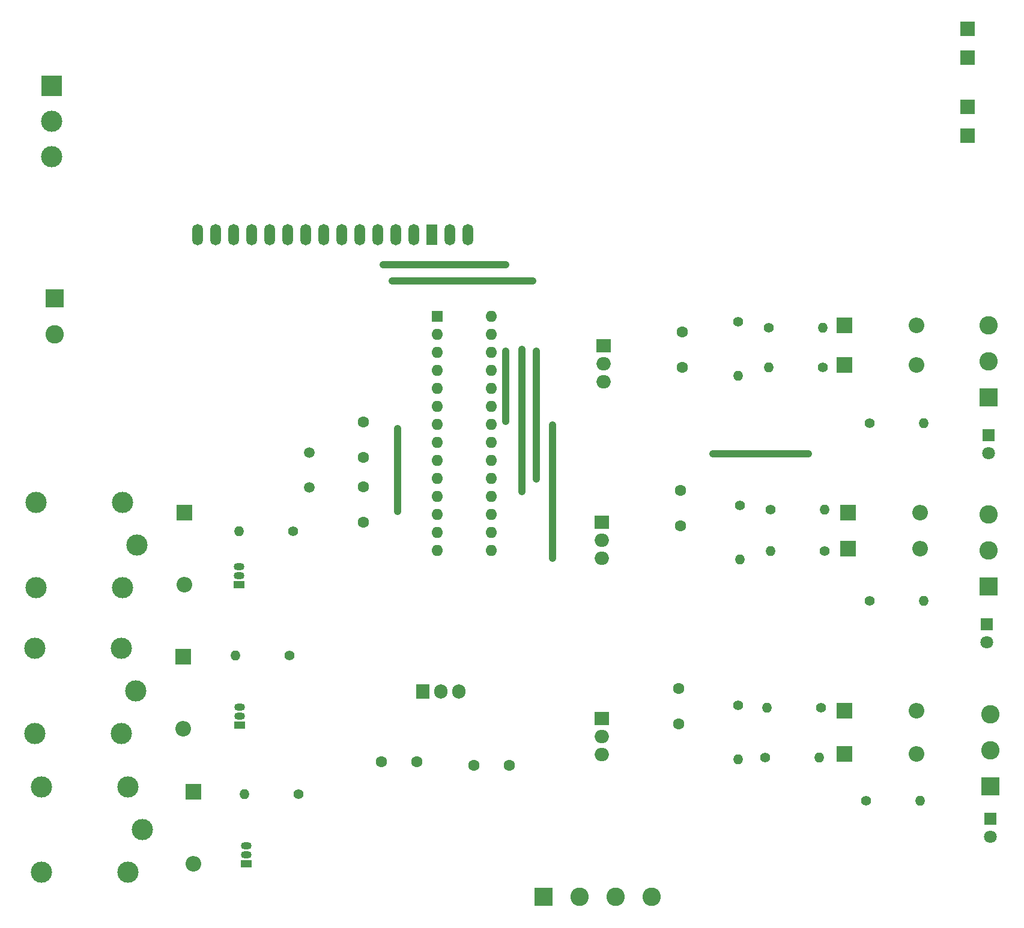
<source format=gbr>
%TF.GenerationSoftware,KiCad,Pcbnew,6.0.6-3a73a75311~116~ubuntu22.04.1*%
%TF.CreationDate,2022-09-10T11:22:28+05:30*%
%TF.ProjectId,ats,6174732e-6b69-4636-9164-5f7063625858,rev?*%
%TF.SameCoordinates,Original*%
%TF.FileFunction,Copper,L1,Top*%
%TF.FilePolarity,Positive*%
%FSLAX46Y46*%
G04 Gerber Fmt 4.6, Leading zero omitted, Abs format (unit mm)*
G04 Created by KiCad (PCBNEW 6.0.6-3a73a75311~116~ubuntu22.04.1) date 2022-09-10 11:22:28*
%MOMM*%
%LPD*%
G01*
G04 APERTURE LIST*
%TA.AperFunction,ComponentPad*%
%ADD10R,3.000000X3.000000*%
%TD*%
%TA.AperFunction,ComponentPad*%
%ADD11C,3.000000*%
%TD*%
%TA.AperFunction,ComponentPad*%
%ADD12R,1.500000X1.050000*%
%TD*%
%TA.AperFunction,ComponentPad*%
%ADD13O,1.500000X1.050000*%
%TD*%
%TA.AperFunction,ComponentPad*%
%ADD14C,1.500000*%
%TD*%
%TA.AperFunction,ComponentPad*%
%ADD15R,2.000000X1.905000*%
%TD*%
%TA.AperFunction,ComponentPad*%
%ADD16O,2.000000X1.905000*%
%TD*%
%TA.AperFunction,ComponentPad*%
%ADD17R,1.600000X1.600000*%
%TD*%
%TA.AperFunction,ComponentPad*%
%ADD18O,1.600000X1.600000*%
%TD*%
%TA.AperFunction,ComponentPad*%
%ADD19R,2.200000X2.200000*%
%TD*%
%TA.AperFunction,ComponentPad*%
%ADD20O,2.200000X2.200000*%
%TD*%
%TA.AperFunction,ComponentPad*%
%ADD21C,1.400000*%
%TD*%
%TA.AperFunction,ComponentPad*%
%ADD22O,1.400000X1.400000*%
%TD*%
%TA.AperFunction,ComponentPad*%
%ADD23C,1.600000*%
%TD*%
%TA.AperFunction,ComponentPad*%
%ADD24C,2.600000*%
%TD*%
%TA.AperFunction,ComponentPad*%
%ADD25R,2.600000X2.600000*%
%TD*%
%TA.AperFunction,ComponentPad*%
%ADD26R,1.500000X3.000000*%
%TD*%
%TA.AperFunction,ComponentPad*%
%ADD27O,1.500000X3.000000*%
%TD*%
%TA.AperFunction,ComponentPad*%
%ADD28R,2.000000X2.000000*%
%TD*%
%TA.AperFunction,ComponentPad*%
%ADD29R,1.800000X1.800000*%
%TD*%
%TA.AperFunction,ComponentPad*%
%ADD30C,1.800000*%
%TD*%
%TA.AperFunction,ComponentPad*%
%ADD31R,1.905000X2.000000*%
%TD*%
%TA.AperFunction,ComponentPad*%
%ADD32O,1.905000X2.000000*%
%TD*%
%TA.AperFunction,ViaPad*%
%ADD33C,0.800000*%
%TD*%
%TA.AperFunction,Conductor*%
%ADD34C,1.000000*%
%TD*%
G04 APERTURE END LIST*
D10*
%TO.P,RV1,1,1*%
%TO.N,GND*%
X33782000Y-46900000D03*
D11*
%TO.P,RV1,2,2*%
%TO.N,VEE*%
X33782000Y-51900000D03*
%TO.P,RV1,3,3*%
%TO.N,5V*%
X33782000Y-56900000D03*
%TD*%
D12*
%TO.P,Q3,1,C*%
%TO.N,Net-(D12-Pad2)*%
X61214000Y-156628000D03*
D13*
%TO.P,Q3,2,B*%
%TO.N,Net-(Q3-Pad2)*%
X61214000Y-155358000D03*
%TO.P,Q3,3,E*%
%TO.N,GND*%
X61214000Y-154088000D03*
%TD*%
D14*
%TO.P,Y1,1,1*%
%TO.N,XTAL1*%
X70104000Y-98642000D03*
%TO.P,Y1,2,2*%
%TO.N,XTAL2*%
X70104000Y-103542000D03*
%TD*%
D11*
%TO.P,K3,11*%
%TO.N,PIN11*%
X46552000Y-151802000D03*
%TO.P,K3,12*%
%TO.N,N/C*%
X32352000Y-157802000D03*
%TO.P,K3,14*%
%TO.N,RL3*%
X32352000Y-145802000D03*
%TO.P,K3,A1*%
%TO.N,12V*%
X44552000Y-145802000D03*
%TO.P,K3,A2*%
%TO.N,Net-(D12-Pad2)*%
X44552000Y-157802000D03*
%TD*%
D15*
%TO.P,U3,1,VI*%
%TO.N,Net-(C3-Pad1)*%
X111323000Y-136144000D03*
D16*
%TO.P,U3,2,GND*%
%TO.N,GND*%
X111323000Y-138684000D03*
%TO.P,U3,3,VO*%
%TO.N,Net-(R11-Pad2)*%
X111323000Y-141224000D03*
%TD*%
D12*
%TO.P,Q1,1,C*%
%TO.N,Net-(D10-Pad2)*%
X60198000Y-117258000D03*
D13*
%TO.P,Q1,2,B*%
%TO.N,Net-(Q1-Pad2)*%
X60198000Y-115988000D03*
%TO.P,Q1,3,E*%
%TO.N,GND*%
X60198000Y-114718000D03*
%TD*%
D17*
%TO.P,U5,1,~{RESET}/PC6*%
%TO.N,5V*%
X88148000Y-79422000D03*
D18*
%TO.P,U5,2,PD0*%
%TO.N,unconnected-(U5-Pad2)*%
X88148000Y-81962000D03*
%TO.P,U5,3,PD1*%
%TO.N,unconnected-(U5-Pad3)*%
X88148000Y-84502000D03*
%TO.P,U5,4,PD2*%
%TO.N,D7*%
X88148000Y-87042000D03*
%TO.P,U5,5,PD3*%
%TO.N,D6*%
X88148000Y-89582000D03*
%TO.P,U5,6,PD4*%
%TO.N,D5*%
X88148000Y-92122000D03*
%TO.P,U5,7,VCC*%
%TO.N,unconnected-(U5-Pad7)*%
X88148000Y-94662000D03*
%TO.P,U5,8,GND*%
%TO.N,GND*%
X88148000Y-97202000D03*
%TO.P,U5,9,XTAL1/PB6*%
%TO.N,XTAL1*%
X88148000Y-99742000D03*
%TO.P,U5,10,XTAL2/PB7*%
%TO.N,XTAL2*%
X88148000Y-102282000D03*
%TO.P,U5,11,PD5*%
%TO.N,D4*%
X88148000Y-104822000D03*
%TO.P,U5,12,PD6*%
%TO.N,8*%
X88148000Y-107362000D03*
%TO.P,U5,13,PD7*%
%TO.N,6*%
X88148000Y-109902000D03*
%TO.P,U5,14,PB0*%
%TO.N,7*%
X88148000Y-112442000D03*
%TO.P,U5,15,PB1*%
%TO.N,9*%
X95768000Y-112442000D03*
%TO.P,U5,16,PB2*%
%TO.N,10*%
X95768000Y-109902000D03*
%TO.P,U5,17,PB3*%
%TO.N,E*%
X95768000Y-107362000D03*
%TO.P,U5,18,PB4*%
%TO.N,RS*%
X95768000Y-104822000D03*
%TO.P,U5,19,PB5*%
%TO.N,13*%
X95768000Y-102282000D03*
%TO.P,U5,20,AVCC*%
%TO.N,5V*%
X95768000Y-99742000D03*
%TO.P,U5,21,AREF*%
%TO.N,unconnected-(U5-Pad21)*%
X95768000Y-97202000D03*
%TO.P,U5,22,GND*%
%TO.N,GND*%
X95768000Y-94662000D03*
%TO.P,U5,23,PC0*%
%TO.N,PC2*%
X95768000Y-92122000D03*
%TO.P,U5,24,PC1*%
%TO.N,PC1*%
X95768000Y-89582000D03*
%TO.P,U5,25,PC2*%
%TO.N,PC0*%
X95768000Y-87042000D03*
%TO.P,U5,26,PC3*%
%TO.N,unconnected-(U5-Pad26)*%
X95768000Y-84502000D03*
%TO.P,U5,27,PC4*%
%TO.N,unconnected-(U5-Pad27)*%
X95768000Y-81962000D03*
%TO.P,U5,28,PC5*%
%TO.N,unconnected-(U5-Pad28)*%
X95768000Y-79422000D03*
%TD*%
D19*
%TO.P,D10,1,K*%
%TO.N,12V*%
X52472000Y-107098000D03*
D20*
%TO.P,D10,2,A*%
%TO.N,Net-(D10-Pad2)*%
X52472000Y-117258000D03*
%TD*%
D21*
%TO.P,R7,1*%
%TO.N,Net-(C2-Pad1)*%
X130556000Y-80174000D03*
D22*
%TO.P,R7,2*%
%TO.N,GND*%
X130556000Y-87794000D03*
%TD*%
D23*
%TO.P,C2,1*%
%TO.N,Net-(C2-Pad1)*%
X122682000Y-81574000D03*
%TO.P,C2,2*%
%TO.N,GND*%
X122682000Y-86574000D03*
%TD*%
D21*
%TO.P,R1,1*%
%TO.N,Net-(C2-Pad1)*%
X142494000Y-86614000D03*
D22*
%TO.P,R1,2*%
%TO.N,PC0*%
X134874000Y-86614000D03*
%TD*%
D21*
%TO.P,R10,1*%
%TO.N,13*%
X149098000Y-94488000D03*
D22*
%TO.P,R10,2*%
%TO.N,Net-(R10-Pad2)*%
X156718000Y-94488000D03*
%TD*%
D19*
%TO.P,D11,1,K*%
%TO.N,12V*%
X52324000Y-127418000D03*
D20*
%TO.P,D11,2,A*%
%TO.N,Net-(D11-Pad2)*%
X52324000Y-137578000D03*
%TD*%
D23*
%TO.P,C6,1*%
%TO.N,XTAL2*%
X77724000Y-103418000D03*
%TO.P,C6,2*%
%TO.N,GND*%
X77724000Y-108418000D03*
%TD*%
D21*
%TO.P,R4,1*%
%TO.N,PC2*%
X134366000Y-141642000D03*
D22*
%TO.P,R4,2*%
%TO.N,GND*%
X141986000Y-141642000D03*
%TD*%
D23*
%TO.P,C3,1*%
%TO.N,Net-(C3-Pad1)*%
X122174000Y-131866000D03*
%TO.P,C3,2*%
%TO.N,GND*%
X122174000Y-136866000D03*
%TD*%
D21*
%TO.P,R8,1*%
%TO.N,Net-(C3-Pad1)*%
X130556000Y-134276000D03*
D22*
%TO.P,R8,2*%
%TO.N,GND*%
X130556000Y-141896000D03*
%TD*%
D24*
%TO.P,J5,4,Pin_4*%
%TO.N,RL1*%
X118364000Y-161246000D03*
%TO.P,J5,3,Pin_3*%
%TO.N,RL2*%
X113284000Y-161246000D03*
%TO.P,J5,2,Pin_2*%
%TO.N,RL3*%
X108204000Y-161246000D03*
D25*
%TO.P,J5,1,Pin_1*%
%TO.N,PIN11*%
X103124000Y-161246000D03*
%TD*%
D21*
%TO.P,R3,1*%
%TO.N,Net-(C3-Pad1)*%
X142240000Y-134620000D03*
D22*
%TO.P,R3,2*%
%TO.N,PC2*%
X134620000Y-134620000D03*
%TD*%
D21*
%TO.P,R12,1*%
%TO.N,10*%
X149098000Y-119544000D03*
D22*
%TO.P,R12,2*%
%TO.N,Net-(R12-Pad2)*%
X156718000Y-119544000D03*
%TD*%
D19*
%TO.P,D6,1,K*%
%TO.N,Net-(C4-Pad1)*%
X146050000Y-107098000D03*
D20*
%TO.P,D6,2,A*%
%TO.N,Net-(D6-Pad2)*%
X156210000Y-107098000D03*
%TD*%
D12*
%TO.P,Q2,1,C*%
%TO.N,Net-(D11-Pad2)*%
X60304000Y-137070000D03*
D13*
%TO.P,Q2,2,B*%
%TO.N,Net-(Q2-Pad2)*%
X60304000Y-135800000D03*
%TO.P,Q2,3,E*%
%TO.N,GND*%
X60304000Y-134530000D03*
%TD*%
D26*
%TO.P,U6,1,VSS*%
%TO.N,GND*%
X87394000Y-67871500D03*
D27*
%TO.P,U6,2,VDD*%
%TO.N,5V*%
X84854000Y-67871500D03*
%TO.P,U6,3,VO*%
%TO.N,unconnected-(U6-Pad3)*%
X82314000Y-67871500D03*
%TO.P,U6,4,RS*%
%TO.N,RS*%
X79774000Y-67871500D03*
%TO.P,U6,5,R/~{W}*%
%TO.N,5V*%
X77234000Y-67871500D03*
%TO.P,U6,6,E*%
%TO.N,E*%
X74694000Y-67871500D03*
%TO.P,U6,7,DB0*%
%TO.N,unconnected-(U6-Pad7)*%
X72154000Y-67871500D03*
%TO.P,U6,8,DB1*%
%TO.N,unconnected-(U6-Pad8)*%
X69614000Y-67871500D03*
%TO.P,U6,9,DB2*%
%TO.N,unconnected-(U6-Pad9)*%
X67074000Y-67871500D03*
%TO.P,U6,10,DB3*%
%TO.N,unconnected-(U6-Pad10)*%
X64534000Y-67871500D03*
%TO.P,U6,11,DB4*%
%TO.N,D4*%
X61994000Y-67871500D03*
%TO.P,U6,12,DB5*%
%TO.N,D5*%
X59454000Y-67871500D03*
%TO.P,U6,13,DB6*%
%TO.N,D6*%
X56914000Y-67871500D03*
%TO.P,U6,14,DB7*%
%TO.N,D7*%
X54374000Y-67871500D03*
%TO.P,U6,15,A/VEE*%
%TO.N,VEE*%
X89934000Y-67871500D03*
%TO.P,U6,16,K*%
%TO.N,unconnected-(U6-Pad16)*%
X92474000Y-67871500D03*
D28*
%TO.P,U6,A1,A1*%
%TO.N,unconnected-(U6-PadA1)*%
X162894000Y-53871500D03*
%TO.P,U6,A2,A2*%
%TO.N,unconnected-(U6-PadA2)*%
X162894000Y-42871500D03*
%TO.P,U6,K1,K1*%
%TO.N,unconnected-(U6-PadK1)*%
X162894000Y-49871500D03*
%TO.P,U6,K2,K2*%
%TO.N,unconnected-(U6-PadK2)*%
X162894000Y-38871500D03*
%TD*%
D21*
%TO.P,R13,1*%
%TO.N,8*%
X67818000Y-109728000D03*
D22*
%TO.P,R13,2*%
%TO.N,Net-(Q1-Pad2)*%
X60198000Y-109728000D03*
%TD*%
D29*
%TO.P,D7,1,K*%
%TO.N,GND*%
X165862000Y-96171000D03*
D30*
%TO.P,D7,2,A*%
%TO.N,13*%
X165862000Y-98711000D03*
%TD*%
D11*
%TO.P,K1,11*%
%TO.N,PIN11*%
X45790000Y-111670000D03*
%TO.P,K1,12*%
%TO.N,N/C*%
X31590000Y-117670000D03*
%TO.P,K1,14*%
%TO.N,RL1*%
X31590000Y-105670000D03*
%TO.P,K1,A1*%
%TO.N,12V*%
X43790000Y-105670000D03*
%TO.P,K1,A2*%
%TO.N,Net-(D10-Pad2)*%
X43790000Y-117670000D03*
%TD*%
D23*
%TO.P,C4,1*%
%TO.N,Net-(C4-Pad1)*%
X122428000Y-103926000D03*
%TO.P,C4,2*%
%TO.N,GND*%
X122428000Y-108926000D03*
%TD*%
D19*
%TO.P,D5,1,K*%
%TO.N,Net-(C3-Pad1)*%
X145542000Y-135038000D03*
D20*
%TO.P,D5,2,A*%
%TO.N,Net-(D5-Pad2)*%
X155702000Y-135038000D03*
%TD*%
D23*
%TO.P,C1,1*%
%TO.N,12V*%
X80304000Y-142240000D03*
%TO.P,C1,2*%
%TO.N,GND*%
X85304000Y-142240000D03*
%TD*%
D21*
%TO.P,R6,1*%
%TO.N,PC1*%
X135128000Y-106680000D03*
D22*
%TO.P,R6,2*%
%TO.N,GND*%
X142748000Y-106680000D03*
%TD*%
D31*
%TO.P,U1,1,VI*%
%TO.N,12V*%
X86106000Y-132334000D03*
D32*
%TO.P,U1,2,GND*%
%TO.N,GND*%
X88646000Y-132334000D03*
%TO.P,U1,3,VO*%
%TO.N,5V*%
X91186000Y-132334000D03*
%TD*%
D15*
%TO.P,U4,1,VI*%
%TO.N,Net-(C4-Pad1)*%
X111323000Y-108458000D03*
D16*
%TO.P,U4,2,GND*%
%TO.N,GND*%
X111323000Y-110998000D03*
%TO.P,U4,3,VO*%
%TO.N,Net-(R12-Pad2)*%
X111323000Y-113538000D03*
%TD*%
D19*
%TO.P,D3,1,K*%
%TO.N,Net-(C3-Pad1)*%
X145542000Y-141134000D03*
D20*
%TO.P,D3,2,A*%
%TO.N,Net-(D3-Pad2)*%
X155702000Y-141134000D03*
%TD*%
D25*
%TO.P,J3,1,Pin_1*%
%TO.N,GND*%
X165862000Y-117512000D03*
D24*
%TO.P,J3,2,Pin_2*%
%TO.N,Net-(D4-Pad2)*%
X165862000Y-112432000D03*
%TO.P,J3,3,Pin_3*%
%TO.N,Net-(D6-Pad2)*%
X165862000Y-107352000D03*
%TD*%
D25*
%TO.P,J1,1,Pin_1*%
%TO.N,GND*%
X165862000Y-90842000D03*
D24*
%TO.P,J1,2,Pin_2*%
%TO.N,Net-(D1-Pad2)*%
X165862000Y-85762000D03*
%TO.P,J1,3,Pin_3*%
%TO.N,Net-(D2-Pad2)*%
X165862000Y-80682000D03*
%TD*%
D21*
%TO.P,R2,1*%
%TO.N,PC0*%
X134874000Y-81026000D03*
D22*
%TO.P,R2,2*%
%TO.N,GND*%
X142494000Y-81026000D03*
%TD*%
D21*
%TO.P,R9,1*%
%TO.N,Net-(C4-Pad1)*%
X130810000Y-106082000D03*
D22*
%TO.P,R9,2*%
%TO.N,GND*%
X130810000Y-113702000D03*
%TD*%
D21*
%TO.P,R5,1*%
%TO.N,Net-(C4-Pad1)*%
X142748000Y-112522000D03*
D22*
%TO.P,R5,2*%
%TO.N,PC1*%
X135128000Y-112522000D03*
%TD*%
D25*
%TO.P,J4,1,Pin_1*%
%TO.N,GND*%
X34244000Y-76867000D03*
D24*
%TO.P,J4,2,Pin_2*%
%TO.N,12V*%
X34244000Y-81947000D03*
%TD*%
D25*
%TO.P,J2,1,Pin_1*%
%TO.N,GND*%
X166116000Y-145706000D03*
D24*
%TO.P,J2,2,Pin_2*%
%TO.N,Net-(D3-Pad2)*%
X166116000Y-140626000D03*
%TO.P,J2,3,Pin_3*%
%TO.N,Net-(D5-Pad2)*%
X166116000Y-135546000D03*
%TD*%
D19*
%TO.P,D1,1,K*%
%TO.N,Net-(C2-Pad1)*%
X145542000Y-86270000D03*
D20*
%TO.P,D1,2,A*%
%TO.N,Net-(D1-Pad2)*%
X155702000Y-86270000D03*
%TD*%
D29*
%TO.P,D9,1,K*%
%TO.N,GND*%
X165608000Y-122841000D03*
D30*
%TO.P,D9,2,A*%
%TO.N,10*%
X165608000Y-125381000D03*
%TD*%
D15*
%TO.P,U2,1,VI*%
%TO.N,Net-(C2-Pad1)*%
X111577000Y-83566000D03*
D16*
%TO.P,U2,2,GND*%
%TO.N,GND*%
X111577000Y-86106000D03*
%TO.P,U2,3,VO*%
%TO.N,Net-(R10-Pad2)*%
X111577000Y-88646000D03*
%TD*%
D29*
%TO.P,D8,1,K*%
%TO.N,GND*%
X166116000Y-150273000D03*
D30*
%TO.P,D8,2,A*%
%TO.N,9*%
X166116000Y-152813000D03*
%TD*%
D19*
%TO.P,D2,1,K*%
%TO.N,Net-(C2-Pad1)*%
X145542000Y-80682000D03*
D20*
%TO.P,D2,2,A*%
%TO.N,Net-(D2-Pad2)*%
X155702000Y-80682000D03*
%TD*%
D23*
%TO.P,C5,1*%
%TO.N,5V*%
X98298000Y-142748000D03*
%TO.P,C5,2*%
%TO.N,GND*%
X93298000Y-142748000D03*
%TD*%
%TO.P,C7,1*%
%TO.N,XTAL1*%
X77724000Y-99314000D03*
%TO.P,C7,2*%
%TO.N,GND*%
X77724000Y-94314000D03*
%TD*%
D19*
%TO.P,D12,1,K*%
%TO.N,12V*%
X53742000Y-146468000D03*
D20*
%TO.P,D12,2,A*%
%TO.N,Net-(D12-Pad2)*%
X53742000Y-156628000D03*
%TD*%
D21*
%TO.P,R15,1*%
%TO.N,7*%
X68580000Y-146812000D03*
D22*
%TO.P,R15,2*%
%TO.N,Net-(Q3-Pad2)*%
X60960000Y-146812000D03*
%TD*%
D21*
%TO.P,R11,1*%
%TO.N,9*%
X148590000Y-147738000D03*
D22*
%TO.P,R11,2*%
%TO.N,Net-(R11-Pad2)*%
X156210000Y-147738000D03*
%TD*%
D19*
%TO.P,D4,1,K*%
%TO.N,Net-(C4-Pad1)*%
X146050000Y-112178000D03*
D20*
%TO.P,D4,2,A*%
%TO.N,Net-(D4-Pad2)*%
X156210000Y-112178000D03*
%TD*%
D11*
%TO.P,K2,11*%
%TO.N,PIN11*%
X45642000Y-132244000D03*
%TO.P,K2,12*%
%TO.N,N/C*%
X31442000Y-138244000D03*
%TO.P,K2,14*%
%TO.N,RL2*%
X31442000Y-126244000D03*
%TO.P,K2,A1*%
%TO.N,12V*%
X43642000Y-126244000D03*
%TO.P,K2,A2*%
%TO.N,Net-(D11-Pad2)*%
X43642000Y-138244000D03*
%TD*%
D21*
%TO.P,R14,1*%
%TO.N,6*%
X67310000Y-127254000D03*
D22*
%TO.P,R14,2*%
%TO.N,Net-(Q2-Pad2)*%
X59690000Y-127254000D03*
%TD*%
D33*
%TO.N,GND*%
X82550000Y-106934000D03*
X97790000Y-94234000D03*
X82550000Y-95250000D03*
X97790000Y-84328000D03*
%TO.N,13*%
X140462000Y-98806000D03*
X127000000Y-98806000D03*
%TO.N,PC2*%
X104394000Y-113538000D03*
X104394000Y-94742000D03*
%TO.N,E*%
X102108000Y-102362000D03*
X81788000Y-74422000D03*
X101600000Y-74422000D03*
X102108000Y-84328000D03*
%TO.N,RS*%
X100076000Y-84074000D03*
X97790000Y-72136000D03*
X100076000Y-104140000D03*
X80518000Y-72136000D03*
%TD*%
D34*
%TO.N,GND*%
X82550000Y-95250000D02*
X82550000Y-96774000D01*
X97790000Y-94234000D02*
X97790000Y-84328000D01*
X82550000Y-96520000D02*
X82550000Y-106934000D01*
%TO.N,13*%
X140462000Y-98806000D02*
X127000000Y-98806000D01*
%TO.N,PC2*%
X104394000Y-94742000D02*
X104394000Y-113538000D01*
%TO.N,E*%
X102108000Y-102362000D02*
X102108000Y-84328000D01*
X81788000Y-74422000D02*
X101600000Y-74422000D01*
%TO.N,RS*%
X80518000Y-72136000D02*
X97790000Y-72136000D01*
X100076000Y-104140000D02*
X100076000Y-84074000D01*
%TD*%
M02*

</source>
